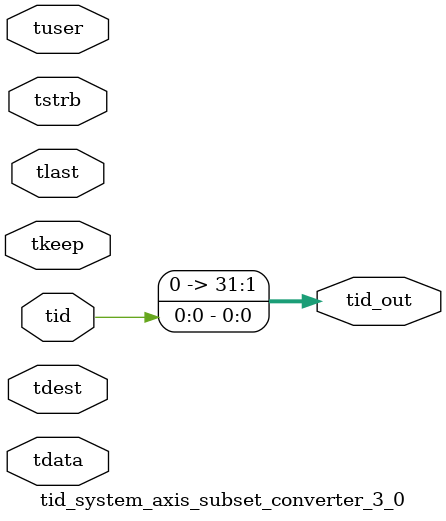
<source format=v>


`timescale 1ps/1ps

module tid_system_axis_subset_converter_3_0 #
(
parameter C_S_AXIS_TID_WIDTH   = 1,
parameter C_S_AXIS_TUSER_WIDTH = 0,
parameter C_S_AXIS_TDATA_WIDTH = 0,
parameter C_S_AXIS_TDEST_WIDTH = 0,
parameter C_M_AXIS_TID_WIDTH   = 32
)
(
input  [(C_S_AXIS_TID_WIDTH   == 0 ? 1 : C_S_AXIS_TID_WIDTH)-1:0       ] tid,
input  [(C_S_AXIS_TDATA_WIDTH == 0 ? 1 : C_S_AXIS_TDATA_WIDTH)-1:0     ] tdata,
input  [(C_S_AXIS_TUSER_WIDTH == 0 ? 1 : C_S_AXIS_TUSER_WIDTH)-1:0     ] tuser,
input  [(C_S_AXIS_TDEST_WIDTH == 0 ? 1 : C_S_AXIS_TDEST_WIDTH)-1:0     ] tdest,
input  [(C_S_AXIS_TDATA_WIDTH/8)-1:0 ] tkeep,
input  [(C_S_AXIS_TDATA_WIDTH/8)-1:0 ] tstrb,
input                                                                    tlast,
output [(C_M_AXIS_TID_WIDTH   == 0 ? 1 : C_M_AXIS_TID_WIDTH)-1:0       ] tid_out
);

assign tid_out = {tid[0:0]};

endmodule


</source>
